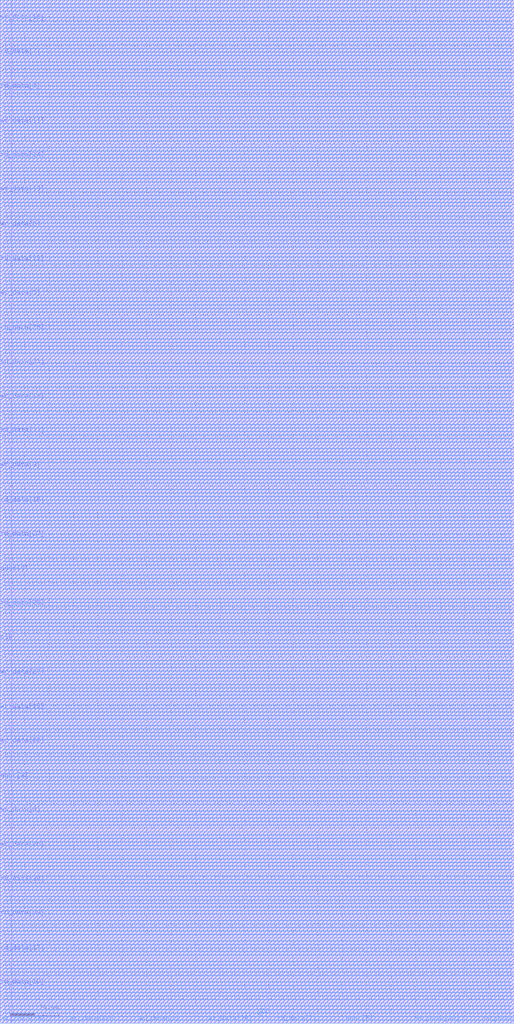
<source format=lef>
VERSION 5.8 ;
BUSBITCHARS "[]" ;
DIVIDERCHAR "/" ;
UNITS
    DATABASE MICRONS 2000 ;
END UNITS

MACRO small_mem_block
  FOREIGN small_mem_block 0 0 ;
  CLASS BLOCK ;
  SIZE 210.39 BY 418.78 ;
  PIN VDD
    USE POWER ;
    DIRECTION INOUT ;
    PORT
      LAYER metal4 ;
        RECT  1.14 417.115 209.38 417.285 ;
        RECT  1.14 414.315 209.38 414.485 ;
        RECT  1.14 411.515 209.38 411.685 ;
        RECT  1.14 408.715 209.38 408.885 ;
        RECT  1.14 405.915 209.38 406.085 ;
        RECT  1.14 403.115 209.38 403.285 ;
        RECT  1.14 400.315 209.38 400.485 ;
        RECT  1.14 397.515 209.38 397.685 ;
        RECT  1.14 394.715 209.38 394.885 ;
        RECT  1.14 391.915 209.38 392.085 ;
        RECT  1.14 389.115 209.38 389.285 ;
        RECT  1.14 386.315 209.38 386.485 ;
        RECT  1.14 383.515 209.38 383.685 ;
        RECT  1.14 380.715 209.38 380.885 ;
        RECT  1.14 377.915 209.38 378.085 ;
        RECT  1.14 375.115 209.38 375.285 ;
        RECT  1.14 372.315 209.38 372.485 ;
        RECT  1.14 369.515 209.38 369.685 ;
        RECT  1.14 366.715 209.38 366.885 ;
        RECT  1.14 363.915 209.38 364.085 ;
        RECT  1.14 361.115 209.38 361.285 ;
        RECT  1.14 358.315 209.38 358.485 ;
        RECT  1.14 355.515 209.38 355.685 ;
        RECT  1.14 352.715 209.38 352.885 ;
        RECT  1.14 349.915 209.38 350.085 ;
        RECT  1.14 347.115 209.38 347.285 ;
        RECT  1.14 344.315 209.38 344.485 ;
        RECT  1.14 341.515 209.38 341.685 ;
        RECT  1.14 338.715 209.38 338.885 ;
        RECT  1.14 335.915 209.38 336.085 ;
        RECT  1.14 333.115 209.38 333.285 ;
        RECT  1.14 330.315 209.38 330.485 ;
        RECT  1.14 327.515 209.38 327.685 ;
        RECT  1.14 324.715 209.38 324.885 ;
        RECT  1.14 321.915 209.38 322.085 ;
        RECT  1.14 319.115 209.38 319.285 ;
        RECT  1.14 316.315 209.38 316.485 ;
        RECT  1.14 313.515 209.38 313.685 ;
        RECT  1.14 310.715 209.38 310.885 ;
        RECT  1.14 307.915 209.38 308.085 ;
        RECT  1.14 305.115 209.38 305.285 ;
        RECT  1.14 302.315 209.38 302.485 ;
        RECT  1.14 299.515 209.38 299.685 ;
        RECT  1.14 296.715 209.38 296.885 ;
        RECT  1.14 293.915 209.38 294.085 ;
        RECT  1.14 291.115 209.38 291.285 ;
        RECT  1.14 288.315 209.38 288.485 ;
        RECT  1.14 285.515 209.38 285.685 ;
        RECT  1.14 282.715 209.38 282.885 ;
        RECT  1.14 279.915 209.38 280.085 ;
        RECT  1.14 277.115 209.38 277.285 ;
        RECT  1.14 274.315 209.38 274.485 ;
        RECT  1.14 271.515 209.38 271.685 ;
        RECT  1.14 268.715 209.38 268.885 ;
        RECT  1.14 265.915 209.38 266.085 ;
        RECT  1.14 263.115 209.38 263.285 ;
        RECT  1.14 260.315 209.38 260.485 ;
        RECT  1.14 257.515 209.38 257.685 ;
        RECT  1.14 254.715 209.38 254.885 ;
        RECT  1.14 251.915 209.38 252.085 ;
        RECT  1.14 249.115 209.38 249.285 ;
        RECT  1.14 246.315 209.38 246.485 ;
        RECT  1.14 243.515 209.38 243.685 ;
        RECT  1.14 240.715 209.38 240.885 ;
        RECT  1.14 237.915 209.38 238.085 ;
        RECT  1.14 235.115 209.38 235.285 ;
        RECT  1.14 232.315 209.38 232.485 ;
        RECT  1.14 229.515 209.38 229.685 ;
        RECT  1.14 226.715 209.38 226.885 ;
        RECT  1.14 223.915 209.38 224.085 ;
        RECT  1.14 221.115 209.38 221.285 ;
        RECT  1.14 218.315 209.38 218.485 ;
        RECT  1.14 215.515 209.38 215.685 ;
        RECT  1.14 212.715 209.38 212.885 ;
        RECT  1.14 209.915 209.38 210.085 ;
        RECT  1.14 207.115 209.38 207.285 ;
        RECT  1.14 204.315 209.38 204.485 ;
        RECT  1.14 201.515 209.38 201.685 ;
        RECT  1.14 198.715 209.38 198.885 ;
        RECT  1.14 195.915 209.38 196.085 ;
        RECT  1.14 193.115 209.38 193.285 ;
        RECT  1.14 190.315 209.38 190.485 ;
        RECT  1.14 187.515 209.38 187.685 ;
        RECT  1.14 184.715 209.38 184.885 ;
        RECT  1.14 181.915 209.38 182.085 ;
        RECT  1.14 179.115 209.38 179.285 ;
        RECT  1.14 176.315 209.38 176.485 ;
        RECT  1.14 173.515 209.38 173.685 ;
        RECT  1.14 170.715 209.38 170.885 ;
        RECT  1.14 167.915 209.38 168.085 ;
        RECT  1.14 165.115 209.38 165.285 ;
        RECT  1.14 162.315 209.38 162.485 ;
        RECT  1.14 159.515 209.38 159.685 ;
        RECT  1.14 156.715 209.38 156.885 ;
        RECT  1.14 153.915 209.38 154.085 ;
        RECT  1.14 151.115 209.38 151.285 ;
        RECT  1.14 148.315 209.38 148.485 ;
        RECT  1.14 145.515 209.38 145.685 ;
        RECT  1.14 142.715 209.38 142.885 ;
        RECT  1.14 139.915 209.38 140.085 ;
        RECT  1.14 137.115 209.38 137.285 ;
        RECT  1.14 134.315 209.38 134.485 ;
        RECT  1.14 131.515 209.38 131.685 ;
        RECT  1.14 128.715 209.38 128.885 ;
        RECT  1.14 125.915 209.38 126.085 ;
        RECT  1.14 123.115 209.38 123.285 ;
        RECT  1.14 120.315 209.38 120.485 ;
        RECT  1.14 117.515 209.38 117.685 ;
        RECT  1.14 114.715 209.38 114.885 ;
        RECT  1.14 111.915 209.38 112.085 ;
        RECT  1.14 109.115 209.38 109.285 ;
        RECT  1.14 106.315 209.38 106.485 ;
        RECT  1.14 103.515 209.38 103.685 ;
        RECT  1.14 100.715 209.38 100.885 ;
        RECT  1.14 97.915 209.38 98.085 ;
        RECT  1.14 95.115 209.38 95.285 ;
        RECT  1.14 92.315 209.38 92.485 ;
        RECT  1.14 89.515 209.38 89.685 ;
        RECT  1.14 86.715 209.38 86.885 ;
        RECT  1.14 83.915 209.38 84.085 ;
        RECT  1.14 81.115 209.38 81.285 ;
        RECT  1.14 78.315 209.38 78.485 ;
        RECT  1.14 75.515 209.38 75.685 ;
        RECT  1.14 72.715 209.38 72.885 ;
        RECT  1.14 69.915 209.38 70.085 ;
        RECT  1.14 67.115 209.38 67.285 ;
        RECT  1.14 64.315 209.38 64.485 ;
        RECT  1.14 61.515 209.38 61.685 ;
        RECT  1.14 58.715 209.38 58.885 ;
        RECT  1.14 55.915 209.38 56.085 ;
        RECT  1.14 53.115 209.38 53.285 ;
        RECT  1.14 50.315 209.38 50.485 ;
        RECT  1.14 47.515 209.38 47.685 ;
        RECT  1.14 44.715 209.38 44.885 ;
        RECT  1.14 41.915 209.38 42.085 ;
        RECT  1.14 39.115 209.38 39.285 ;
        RECT  1.14 36.315 209.38 36.485 ;
        RECT  1.14 33.515 209.38 33.685 ;
        RECT  1.14 30.715 209.38 30.885 ;
        RECT  1.14 27.915 209.38 28.085 ;
        RECT  1.14 25.115 209.38 25.285 ;
        RECT  1.14 22.315 209.38 22.485 ;
        RECT  1.14 19.515 209.38 19.685 ;
        RECT  1.14 16.715 209.38 16.885 ;
        RECT  1.14 13.915 209.38 14.085 ;
        RECT  1.14 11.115 209.38 11.285 ;
        RECT  1.14 8.315 209.38 8.485 ;
        RECT  1.14 5.515 209.38 5.685 ;
        RECT  1.14 2.715 209.38 2.885 ;
    END
  END VDD
  PIN VSS
    USE GROUND ;
    DIRECTION INOUT ;
    PORT
      LAYER metal4 ;
        RECT  1.14 415.715 209.38 415.885 ;
        RECT  1.14 412.915 209.38 413.085 ;
        RECT  1.14 410.115 209.38 410.285 ;
        RECT  1.14 407.315 209.38 407.485 ;
        RECT  1.14 404.515 209.38 404.685 ;
        RECT  1.14 401.715 209.38 401.885 ;
        RECT  1.14 398.915 209.38 399.085 ;
        RECT  1.14 396.115 209.38 396.285 ;
        RECT  1.14 393.315 209.38 393.485 ;
        RECT  1.14 390.515 209.38 390.685 ;
        RECT  1.14 387.715 209.38 387.885 ;
        RECT  1.14 384.915 209.38 385.085 ;
        RECT  1.14 382.115 209.38 382.285 ;
        RECT  1.14 379.315 209.38 379.485 ;
        RECT  1.14 376.515 209.38 376.685 ;
        RECT  1.14 373.715 209.38 373.885 ;
        RECT  1.14 370.915 209.38 371.085 ;
        RECT  1.14 368.115 209.38 368.285 ;
        RECT  1.14 365.315 209.38 365.485 ;
        RECT  1.14 362.515 209.38 362.685 ;
        RECT  1.14 359.715 209.38 359.885 ;
        RECT  1.14 356.915 209.38 357.085 ;
        RECT  1.14 354.115 209.38 354.285 ;
        RECT  1.14 351.315 209.38 351.485 ;
        RECT  1.14 348.515 209.38 348.685 ;
        RECT  1.14 345.715 209.38 345.885 ;
        RECT  1.14 342.915 209.38 343.085 ;
        RECT  1.14 340.115 209.38 340.285 ;
        RECT  1.14 337.315 209.38 337.485 ;
        RECT  1.14 334.515 209.38 334.685 ;
        RECT  1.14 331.715 209.38 331.885 ;
        RECT  1.14 328.915 209.38 329.085 ;
        RECT  1.14 326.115 209.38 326.285 ;
        RECT  1.14 323.315 209.38 323.485 ;
        RECT  1.14 320.515 209.38 320.685 ;
        RECT  1.14 317.715 209.38 317.885 ;
        RECT  1.14 314.915 209.38 315.085 ;
        RECT  1.14 312.115 209.38 312.285 ;
        RECT  1.14 309.315 209.38 309.485 ;
        RECT  1.14 306.515 209.38 306.685 ;
        RECT  1.14 303.715 209.38 303.885 ;
        RECT  1.14 300.915 209.38 301.085 ;
        RECT  1.14 298.115 209.38 298.285 ;
        RECT  1.14 295.315 209.38 295.485 ;
        RECT  1.14 292.515 209.38 292.685 ;
        RECT  1.14 289.715 209.38 289.885 ;
        RECT  1.14 286.915 209.38 287.085 ;
        RECT  1.14 284.115 209.38 284.285 ;
        RECT  1.14 281.315 209.38 281.485 ;
        RECT  1.14 278.515 209.38 278.685 ;
        RECT  1.14 275.715 209.38 275.885 ;
        RECT  1.14 272.915 209.38 273.085 ;
        RECT  1.14 270.115 209.38 270.285 ;
        RECT  1.14 267.315 209.38 267.485 ;
        RECT  1.14 264.515 209.38 264.685 ;
        RECT  1.14 261.715 209.38 261.885 ;
        RECT  1.14 258.915 209.38 259.085 ;
        RECT  1.14 256.115 209.38 256.285 ;
        RECT  1.14 253.315 209.38 253.485 ;
        RECT  1.14 250.515 209.38 250.685 ;
        RECT  1.14 247.715 209.38 247.885 ;
        RECT  1.14 244.915 209.38 245.085 ;
        RECT  1.14 242.115 209.38 242.285 ;
        RECT  1.14 239.315 209.38 239.485 ;
        RECT  1.14 236.515 209.38 236.685 ;
        RECT  1.14 233.715 209.38 233.885 ;
        RECT  1.14 230.915 209.38 231.085 ;
        RECT  1.14 228.115 209.38 228.285 ;
        RECT  1.14 225.315 209.38 225.485 ;
        RECT  1.14 222.515 209.38 222.685 ;
        RECT  1.14 219.715 209.38 219.885 ;
        RECT  1.14 216.915 209.38 217.085 ;
        RECT  1.14 214.115 209.38 214.285 ;
        RECT  1.14 211.315 209.38 211.485 ;
        RECT  1.14 208.515 209.38 208.685 ;
        RECT  1.14 205.715 209.38 205.885 ;
        RECT  1.14 202.915 209.38 203.085 ;
        RECT  1.14 200.115 209.38 200.285 ;
        RECT  1.14 197.315 209.38 197.485 ;
        RECT  1.14 194.515 209.38 194.685 ;
        RECT  1.14 191.715 209.38 191.885 ;
        RECT  1.14 188.915 209.38 189.085 ;
        RECT  1.14 186.115 209.38 186.285 ;
        RECT  1.14 183.315 209.38 183.485 ;
        RECT  1.14 180.515 209.38 180.685 ;
        RECT  1.14 177.715 209.38 177.885 ;
        RECT  1.14 174.915 209.38 175.085 ;
        RECT  1.14 172.115 209.38 172.285 ;
        RECT  1.14 169.315 209.38 169.485 ;
        RECT  1.14 166.515 209.38 166.685 ;
        RECT  1.14 163.715 209.38 163.885 ;
        RECT  1.14 160.915 209.38 161.085 ;
        RECT  1.14 158.115 209.38 158.285 ;
        RECT  1.14 155.315 209.38 155.485 ;
        RECT  1.14 152.515 209.38 152.685 ;
        RECT  1.14 149.715 209.38 149.885 ;
        RECT  1.14 146.915 209.38 147.085 ;
        RECT  1.14 144.115 209.38 144.285 ;
        RECT  1.14 141.315 209.38 141.485 ;
        RECT  1.14 138.515 209.38 138.685 ;
        RECT  1.14 135.715 209.38 135.885 ;
        RECT  1.14 132.915 209.38 133.085 ;
        RECT  1.14 130.115 209.38 130.285 ;
        RECT  1.14 127.315 209.38 127.485 ;
        RECT  1.14 124.515 209.38 124.685 ;
        RECT  1.14 121.715 209.38 121.885 ;
        RECT  1.14 118.915 209.38 119.085 ;
        RECT  1.14 116.115 209.38 116.285 ;
        RECT  1.14 113.315 209.38 113.485 ;
        RECT  1.14 110.515 209.38 110.685 ;
        RECT  1.14 107.715 209.38 107.885 ;
        RECT  1.14 104.915 209.38 105.085 ;
        RECT  1.14 102.115 209.38 102.285 ;
        RECT  1.14 99.315 209.38 99.485 ;
        RECT  1.14 96.515 209.38 96.685 ;
        RECT  1.14 93.715 209.38 93.885 ;
        RECT  1.14 90.915 209.38 91.085 ;
        RECT  1.14 88.115 209.38 88.285 ;
        RECT  1.14 85.315 209.38 85.485 ;
        RECT  1.14 82.515 209.38 82.685 ;
        RECT  1.14 79.715 209.38 79.885 ;
        RECT  1.14 76.915 209.38 77.085 ;
        RECT  1.14 74.115 209.38 74.285 ;
        RECT  1.14 71.315 209.38 71.485 ;
        RECT  1.14 68.515 209.38 68.685 ;
        RECT  1.14 65.715 209.38 65.885 ;
        RECT  1.14 62.915 209.38 63.085 ;
        RECT  1.14 60.115 209.38 60.285 ;
        RECT  1.14 57.315 209.38 57.485 ;
        RECT  1.14 54.515 209.38 54.685 ;
        RECT  1.14 51.715 209.38 51.885 ;
        RECT  1.14 48.915 209.38 49.085 ;
        RECT  1.14 46.115 209.38 46.285 ;
        RECT  1.14 43.315 209.38 43.485 ;
        RECT  1.14 40.515 209.38 40.685 ;
        RECT  1.14 37.715 209.38 37.885 ;
        RECT  1.14 34.915 209.38 35.085 ;
        RECT  1.14 32.115 209.38 32.285 ;
        RECT  1.14 29.315 209.38 29.485 ;
        RECT  1.14 26.515 209.38 26.685 ;
        RECT  1.14 23.715 209.38 23.885 ;
        RECT  1.14 20.915 209.38 21.085 ;
        RECT  1.14 18.115 209.38 18.285 ;
        RECT  1.14 15.315 209.38 15.485 ;
        RECT  1.14 12.515 209.38 12.685 ;
        RECT  1.14 9.715 209.38 9.885 ;
        RECT  1.14 6.915 209.38 7.085 ;
        RECT  1.14 4.115 209.38 4.285 ;
        RECT  1.14 1.315 209.38 1.485 ;
    END
  END VSS
  PIN addr[0]
    DIRECTION INPUT ;
    USE SIGNAL ;
    PORT
      LAYER metal3 ;
        RECT  210.32 135.835 210.39 135.905 ;
    END
  END addr[0]
  PIN addr[1]
    DIRECTION INPUT ;
    USE SIGNAL ;
    PORT
      LAYER metal3 ;
        RECT  210.32 206.395 210.39 206.465 ;
    END
  END addr[1]
  PIN addr[2]
    DIRECTION INPUT ;
    USE SIGNAL ;
    PORT
      LAYER metal3 ;
        RECT  210.32 319.235 210.39 319.305 ;
    END
  END addr[2]
  PIN addr[3]
    DIRECTION INPUT ;
    USE SIGNAL ;
    PORT
      LAYER metal3 ;
        RECT  0 183.995 0.07 184.065 ;
    END
  END addr[3]
  PIN addr[4]
    DIRECTION INPUT ;
    USE SIGNAL ;
    PORT
      LAYER metal3 ;
        RECT  0 99.435 0.07 99.505 ;
    END
  END addr[4]
  PIN addr[5]
    DIRECTION INPUT ;
    USE SIGNAL ;
    PORT
      LAYER metal4 ;
        RECT  141.145 0 141.285 0.14 ;
    END
  END addr[5]
  PIN addr[6]
    DIRECTION INPUT ;
    USE SIGNAL ;
    PORT
      LAYER metal4 ;
        RECT  68.905 418.64 69.045 418.78 ;
    END
  END addr[6]
  PIN addr[7]
    DIRECTION INPUT ;
    USE SIGNAL ;
    PORT
      LAYER metal4 ;
        RECT  209.465 418.64 209.605 418.78 ;
    END
  END addr[7]
  PIN clk
    DIRECTION INPUT ;
    USE SIGNAL ;
    PORT
      LAYER metal3 ;
        RECT  0 155.995 0.07 156.065 ;
    END
  END clk
  PIN rd_data[0]
    DIRECTION OUTPUT ;
    USE SIGNAL ;
    PORT
      LAYER metal3 ;
        RECT  210.32 107.555 210.39 107.625 ;
    END
  END rd_data[0]
  PIN rd_data[10]
    DIRECTION OUTPUT ;
    USE SIGNAL ;
    PORT
      LAYER metal3 ;
        RECT  210.32 192.115 210.39 192.185 ;
    END
  END rd_data[10]
  PIN rd_data[11]
    DIRECTION OUTPUT ;
    USE SIGNAL ;
    PORT
      LAYER metal3 ;
        RECT  210.32 234.675 210.39 234.745 ;
    END
  END rd_data[11]
  PIN rd_data[12]
    DIRECTION OUTPUT ;
    USE SIGNAL ;
    PORT
      LAYER metal3 ;
        RECT  210.32 347.515 210.39 347.585 ;
    END
  END rd_data[12]
  PIN rd_data[13]
    DIRECTION OUTPUT ;
    USE SIGNAL ;
    PORT
      LAYER metal3 ;
        RECT  210.32 361.515 210.39 361.585 ;
    END
  END rd_data[13]
  PIN rd_data[14]
    DIRECTION OUTPUT ;
    USE SIGNAL ;
    PORT
      LAYER metal3 ;
        RECT  0 353.395 0.07 353.465 ;
    END
  END rd_data[14]
  PIN rd_data[15]
    DIRECTION OUTPUT ;
    USE SIGNAL ;
    PORT
      LAYER metal3 ;
        RECT  0 212.275 0.07 212.345 ;
    END
  END rd_data[15]
  PIN rd_data[16]
    DIRECTION OUTPUT ;
    USE SIGNAL ;
    PORT
      LAYER metal4 ;
        RECT  197.705 0 197.845 0.14 ;
    END
  END rd_data[16]
  PIN rd_data[17]
    DIRECTION OUTPUT ;
    USE SIGNAL ;
    PORT
      LAYER metal3 ;
        RECT  0 28.875 0.07 28.945 ;
    END
  END rd_data[17]
  PIN rd_data[18]
    DIRECTION OUTPUT ;
    USE SIGNAL ;
    PORT
      LAYER metal3 ;
        RECT  210.32 220.395 210.39 220.465 ;
    END
  END rd_data[18]
  PIN rd_data[19]
    DIRECTION OUTPUT ;
    USE SIGNAL ;
    PORT
      LAYER metal3 ;
        RECT  0 14.875 0.07 14.945 ;
    END
  END rd_data[19]
  PIN rd_data[1]
    DIRECTION OUTPUT ;
    USE SIGNAL ;
    PORT
      LAYER metal3 ;
        RECT  210.32 304.955 210.39 305.025 ;
    END
  END rd_data[1]
  PIN rd_data[20]
    DIRECTION OUTPUT ;
    USE SIGNAL ;
    PORT
      LAYER metal3 ;
        RECT  210.32 333.235 210.39 333.305 ;
    END
  END rd_data[20]
  PIN rd_data[21]
    DIRECTION OUTPUT ;
    USE SIGNAL ;
    PORT
      LAYER metal3 ;
        RECT  210.32 93.555 210.39 93.625 ;
    END
  END rd_data[21]
  PIN rd_data[22]
    DIRECTION OUTPUT ;
    USE SIGNAL ;
    PORT
      LAYER metal3 ;
        RECT  0 240.555 0.07 240.625 ;
    END
  END rd_data[22]
  PIN rd_data[23]
    DIRECTION OUTPUT ;
    USE SIGNAL ;
    PORT
      LAYER metal3 ;
        RECT  0 311.115 0.07 311.185 ;
    END
  END rd_data[23]
  PIN rd_data[24]
    DIRECTION OUTPUT ;
    USE SIGNAL ;
    PORT
      LAYER metal3 ;
        RECT  210.32 51.275 210.39 51.345 ;
    END
  END rd_data[24]
  PIN rd_data[25]
    DIRECTION OUTPUT ;
    USE SIGNAL ;
    PORT
      LAYER metal3 ;
        RECT  0 169.995 0.07 170.065 ;
    END
  END rd_data[25]
  PIN rd_data[26]
    DIRECTION OUTPUT ;
    USE SIGNAL ;
    PORT
      LAYER metal3 ;
        RECT  0 282.835 0.07 282.905 ;
    END
  END rd_data[26]
  PIN rd_data[27]
    DIRECTION OUTPUT ;
    USE SIGNAL ;
    PORT
      LAYER metal3 ;
        RECT  0 198.275 0.07 198.345 ;
    END
  END rd_data[27]
  PIN rd_data[28]
    DIRECTION OUTPUT ;
    USE SIGNAL ;
    PORT
      LAYER metal4 ;
        RECT  40.345 418.64 40.485 418.78 ;
    END
  END rd_data[28]
  PIN rd_data[29]
    DIRECTION OUTPUT ;
    USE SIGNAL ;
    PORT
      LAYER metal3 ;
        RECT  0 43.155 0.07 43.225 ;
    END
  END rd_data[29]
  PIN rd_data[2]
    DIRECTION OUTPUT ;
    USE SIGNAL ;
    PORT
      LAYER metal4 ;
        RECT  113.145 0 113.285 0.14 ;
    END
  END rd_data[2]
  PIN rd_data[30]
    DIRECTION OUTPUT ;
    USE SIGNAL ;
    PORT
      LAYER metal3 ;
        RECT  0 57.155 0.07 57.225 ;
    END
  END rd_data[30]
  PIN rd_data[31]
    DIRECTION OUTPUT ;
    USE SIGNAL ;
    PORT
      LAYER metal3 ;
        RECT  0 268.835 0.07 268.905 ;
    END
  END rd_data[31]
  PIN rd_data[3]
    DIRECTION OUTPUT ;
    USE SIGNAL ;
    PORT
      LAYER metal3 ;
        RECT  210.32 149.835 210.39 149.905 ;
    END
  END rd_data[3]
  PIN rd_data[4]
    DIRECTION OUTPUT ;
    USE SIGNAL ;
    PORT
      LAYER metal3 ;
        RECT  0 381.675 0.07 381.745 ;
    END
  END rd_data[4]
  PIN rd_data[5]
    DIRECTION OUTPUT ;
    USE SIGNAL ;
    PORT
      LAYER metal4 ;
        RECT  181.465 418.64 181.605 418.78 ;
    END
  END rd_data[5]
  PIN rd_data[6]
    DIRECTION OUTPUT ;
    USE SIGNAL ;
    PORT
      LAYER metal3 ;
        RECT  210.32 121.835 210.39 121.905 ;
    END
  END rd_data[6]
  PIN rd_data[7]
    DIRECTION OUTPUT ;
    USE SIGNAL ;
    PORT
      LAYER metal3 ;
        RECT  0 395.675 0.07 395.745 ;
    END
  END rd_data[7]
  PIN rd_data[8]
    DIRECTION OUTPUT ;
    USE SIGNAL ;
    PORT
      LAYER metal3 ;
        RECT  210.32 178.115 210.39 178.185 ;
    END
  END rd_data[8]
  PIN rd_data[9]
    DIRECTION OUTPUT ;
    USE SIGNAL ;
    PORT
      LAYER metal3 ;
        RECT  210.32 248.675 210.39 248.745 ;
    END
  END rd_data[9]
  PIN wr_data[0]
    DIRECTION INPUT ;
    USE SIGNAL ;
    PORT
      LAYER metal3 ;
        RECT  210.32 65.275 210.39 65.345 ;
    END
  END wr_data[0]
  PIN wr_data[10]
    DIRECTION INPUT ;
    USE SIGNAL ;
    PORT
      LAYER metal3 ;
        RECT  210.32 262.675 210.39 262.745 ;
    END
  END wr_data[10]
  PIN wr_data[11]
    DIRECTION INPUT ;
    USE SIGNAL ;
    PORT
      LAYER metal3 ;
        RECT  0 367.395 0.07 367.465 ;
    END
  END wr_data[11]
  PIN wr_data[12]
    DIRECTION INPUT ;
    USE SIGNAL ;
    PORT
      LAYER metal4 ;
        RECT  12.345 418.64 12.485 418.78 ;
    END
  END wr_data[12]
  PIN wr_data[13]
    DIRECTION INPUT ;
    USE SIGNAL ;
    PORT
      LAYER metal3 ;
        RECT  0 254.555 0.07 254.625 ;
    END
  END wr_data[13]
  PIN wr_data[14]
    DIRECTION INPUT ;
    USE SIGNAL ;
    PORT
      LAYER metal4 ;
        RECT  0.585 0 0.725 0.14 ;
    END
  END wr_data[14]
  PIN wr_data[15]
    DIRECTION INPUT ;
    USE SIGNAL ;
    PORT
      LAYER metal3 ;
        RECT  0 127.715 0.07 127.785 ;
    END
  END wr_data[15]
  PIN wr_data[16]
    DIRECTION INPUT ;
    USE SIGNAL ;
    PORT
      LAYER metal3 ;
        RECT  0 409.675 0.07 409.745 ;
    END
  END wr_data[16]
  PIN wr_data[17]
    DIRECTION INPUT ;
    USE SIGNAL ;
    PORT
      LAYER metal4 ;
        RECT  96.905 418.64 97.045 418.78 ;
    END
  END wr_data[17]
  PIN wr_data[18]
    DIRECTION INPUT ;
    USE SIGNAL ;
    PORT
      LAYER metal3 ;
        RECT  210.32 403.795 210.39 403.865 ;
    END
  END wr_data[18]
  PIN wr_data[19]
    DIRECTION INPUT ;
    USE SIGNAL ;
    PORT
      LAYER metal3 ;
        RECT  0 339.395 0.07 339.465 ;
    END
  END wr_data[19]
  PIN wr_data[1]
    DIRECTION INPUT ;
    USE SIGNAL ;
    PORT
      LAYER metal4 ;
        RECT  56.585 0 56.725 0.14 ;
    END
  END wr_data[1]
  PIN wr_data[20]
    DIRECTION INPUT ;
    USE SIGNAL ;
    PORT
      LAYER metal4 ;
        RECT  28.585 0 28.725 0.14 ;
    END
  END wr_data[20]
  PIN wr_data[21]
    DIRECTION INPUT ;
    USE SIGNAL ;
    PORT
      LAYER metal3 ;
        RECT  210.32 389.795 210.39 389.865 ;
    END
  END wr_data[21]
  PIN wr_data[22]
    DIRECTION INPUT ;
    USE SIGNAL ;
    PORT
      LAYER metal3 ;
        RECT  0 113.715 0.07 113.785 ;
    END
  END wr_data[22]
  PIN wr_data[23]
    DIRECTION INPUT ;
    USE SIGNAL ;
    PORT
      LAYER metal3 ;
        RECT  210.32 8.995 210.39 9.065 ;
    END
  END wr_data[23]
  PIN wr_data[24]
    DIRECTION INPUT ;
    USE SIGNAL ;
    PORT
      LAYER metal3 ;
        RECT  210.32 375.515 210.39 375.585 ;
    END
  END wr_data[24]
  PIN wr_data[25]
    DIRECTION INPUT ;
    USE SIGNAL ;
    PORT
      LAYER metal3 ;
        RECT  210.32 164.115 210.39 164.185 ;
    END
  END wr_data[25]
  PIN wr_data[26]
    DIRECTION INPUT ;
    USE SIGNAL ;
    PORT
      LAYER metal3 ;
        RECT  0 71.155 0.07 71.225 ;
    END
  END wr_data[26]
  PIN wr_data[27]
    DIRECTION INPUT ;
    USE SIGNAL ;
    PORT
      LAYER metal3 ;
        RECT  0 141.715 0.07 141.785 ;
    END
  END wr_data[27]
  PIN wr_data[28]
    DIRECTION INPUT ;
    USE SIGNAL ;
    PORT
      LAYER metal4 ;
        RECT  85.145 0 85.285 0.14 ;
    END
  END wr_data[28]
  PIN wr_data[29]
    DIRECTION INPUT ;
    USE SIGNAL ;
    PORT
      LAYER metal4 ;
        RECT  169.705 0 169.845 0.14 ;
    END
  END wr_data[29]
  PIN wr_data[2]
    DIRECTION INPUT ;
    USE SIGNAL ;
    PORT
      LAYER metal3 ;
        RECT  210.32 22.995 210.39 23.065 ;
    END
  END wr_data[2]
  PIN wr_data[30]
    DIRECTION INPUT ;
    USE SIGNAL ;
    PORT
      LAYER metal3 ;
        RECT  210.32 290.955 210.39 291.025 ;
    END
  END wr_data[30]
  PIN wr_data[31]
    DIRECTION INPUT ;
    USE SIGNAL ;
    PORT
      LAYER metal3 ;
        RECT  210.32 36.995 210.39 37.065 ;
    END
  END wr_data[31]
  PIN wr_data[3]
    DIRECTION INPUT ;
    USE SIGNAL ;
    PORT
      LAYER metal4 ;
        RECT  153.465 418.64 153.605 418.78 ;
    END
  END wr_data[3]
  PIN wr_data[4]
    DIRECTION INPUT ;
    USE SIGNAL ;
    PORT
      LAYER metal4 ;
        RECT  124.905 418.64 125.045 418.78 ;
    END
  END wr_data[4]
  PIN wr_data[5]
    DIRECTION INPUT ;
    USE SIGNAL ;
    PORT
      LAYER metal3 ;
        RECT  0 296.835 0.07 296.905 ;
    END
  END wr_data[5]
  PIN wr_data[6]
    DIRECTION INPUT ;
    USE SIGNAL ;
    PORT
      LAYER metal3 ;
        RECT  0 325.115 0.07 325.185 ;
    END
  END wr_data[6]
  PIN wr_data[7]
    DIRECTION INPUT ;
    USE SIGNAL ;
    PORT
      LAYER metal3 ;
        RECT  210.32 79.275 210.39 79.345 ;
    END
  END wr_data[7]
  PIN wr_data[8]
    DIRECTION INPUT ;
    USE SIGNAL ;
    PORT
      LAYER metal3 ;
        RECT  0 85.435 0.07 85.505 ;
    END
  END wr_data[8]
  PIN wr_data[9]
    DIRECTION INPUT ;
    USE SIGNAL ;
    PORT
      LAYER metal3 ;
        RECT  0 226.555 0.07 226.625 ;
    END
  END wr_data[9]
  PIN wr_en
    DIRECTION INPUT ;
    USE SIGNAL ;
    PORT
      LAYER metal3 ;
        RECT  210.32 276.955 210.39 277.025 ;
    END
  END wr_en
  OBS
    LAYER metal1 ;
     RECT  0 -0.085 4.75 418.78 ;
     RECT  4.75 0 210.39 418.78 ;
    LAYER metal2 ;
     RECT  0 0 210.39 418.78 ;
    LAYER metal3 ;
     RECT  0 0 210.39 418.78 ;
    LAYER metal4 ;
     RECT  0 0 210.39 418.78 ;
  END
END small_mem_block
END LIBRARY

</source>
